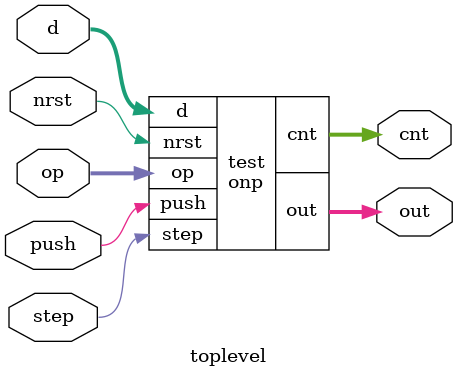
<source format=sv>
module ram(
  input clk, wr,
  input [9:0] addr, //2^10 = 1024
  input [15:0] in,
  output logic [15:0] out
);
  logic [15:0] mem [0:1023];
  assign out = mem[addr];
  always_ff @(posedge clk)
    if (wr) mem[addr] <= in;    
endmodule

module onp(
input nrst,
  input step,
  input [15:0] d, 			//load
  input push,
  input [1:0] op, 			//if(push==0) 0 - brak / 1 - (- unarny) / 2 dodaj, 3 pomnoz
  output logic [15:0] out,  //top stosu
  output logic [9:0] cnt,  	//ile elementow na stosie
);
  const logic [1:0] NTH = 2'b00, UNOPM = 2'b01, ADD = 2'b10, MULTIPLY = 2'b11;
  ram memory(step,(push && cnt > 0),addr,out,past);
  logic [15:0] past;
  logic [9:0] addr;
  assign addr = push ? cnt-1 : cnt-2;
  
  always_ff @(posedge step, negedge nrst)
   if(!nrst) out <= 0;
   else if(push) out <= d;
   else unique case(op)
         UNOPM:    out <= -out;
         ADD:      out <= out + past;
         MULTIPLY: out <= out * past;
   endcase
 
  always_ff @(posedge step, negedge nrst)
    if(!nrst) cnt <= 0;
    else if(push && (cnt != 1023)) cnt <= cnt + 1;
    else if((op == ADD || op == MULTIPLY) && cnt > 0) cnt <= cnt - 1;  
endmodule

module toplevel(
  input nrst,
  input step,
  input [15:0] d, 			//load
  input push,
  input [1:0] op, 			//if(push==0) 0 - brak / 1 - (- unarny) / 2 dodaj, 3 pomnoz
  output logic [15:0] out,  //top stosu
  output logic [9:0] cnt,  	//ile elementow na stosie
);
  onp test(nrst,step,d,push,op,out,cnt);
endmodule
</source>
